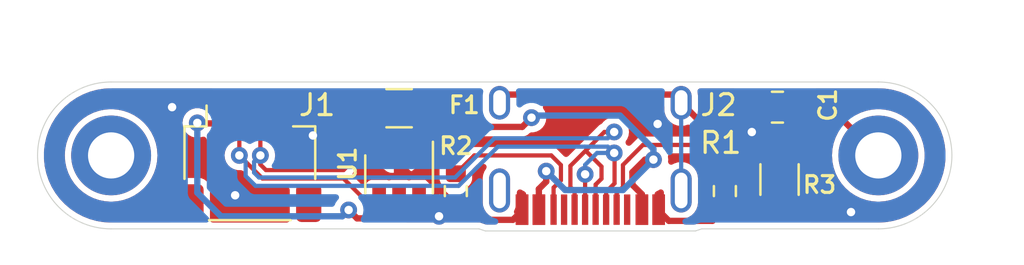
<source format=kicad_pcb>
(kicad_pcb (version 20210925) (generator pcbnew)
  (layers (0 "F.Cu" signal) (31 "B.Cu" signal) (34 "B.Paste" user) (35 "F.Paste" user) (36 "B.SilkS" user "B.Silkscreen") (37 "F.SilkS" user "F.Silkscreen") (38 "B.Mask" user) (39 "F.Mask" user) (44 "Edge.Cuts" user))
  (net 0 "")
  (net 1 "GND")
  (net 2 "SHIELD")
  (net 3 "VBUS")
  (net 4 "+5V")
  (net 5 "D-")
  (net 6 "D+")
  (net 7 "Net-(J2-PadA5)")
  (net 8 "Net-(J2-PadB5)")
  (footprint "Capacitor_SMD:C_0805_2012Metric" (layer "F.Cu") (at 35.2 1.2 180)
    (fp_text reference "C1" (at -2.4 0.1 90) (layer "F.SilkS") (effects (font (size 0.8 0.8))))
    (fp_text value "470n")
    (fp_line (start -0.261252 -0.735) (end 0.261252 -0.735) (layer "F.SilkS") (width 0.12))
    (fp_line (start -0.261252 0.735) (end 0.261252 0.735) (layer "F.SilkS") (width 0.12))
    (pad "1" smd roundrect locked (at -0.95 0 180) (size 1 1.45) (layers "F.Cu" "F.Paste" "F.Mask") (net 2 "SHIELD"))
    (pad "2" smd roundrect locked (at 0.95 0 180) (size 1 1.45) (layers "F.Cu" "F.Paste" "F.Mask") (net 1 "GND"))
  )
  (footprint "Fuse:Fuse_1206_3216Metric" (layer "F.Cu") (at 17.2 1.25)
    (fp_text reference "F1" (at 3.1 -0.15) (layer "F.SilkS") (effects (font (size 0.8 0.8))))
    (fp_text value "500mA")
    (fp_line (start -0.602064 -0.91) (end 0.602064 -0.91) (layer "F.SilkS") (width 0.12))
    (fp_line (start -0.602064 0.91) (end 0.602064 0.91) (layer "F.SilkS") (width 0.12))
    (pad "1" smd roundrect locked (at -1.4 0) (size 1.25 1.75) (layers "F.Cu" "F.Paste" "F.Mask") (roundrect_rratio 0.2) (net 4 "+5V"))
    (pad "2" smd roundrect locked (at 1.4 0) (size 1.25 1.75) (layers "F.Cu" "F.Paste" "F.Mask") (roundrect_rratio 0.2) (net 3 "VBUS"))
  )
  (footprint "MountingHole:MountingHole_2.2mm_M2_DIN965_Pad" (layer "F.Cu") (at 3.5 3.5)
    (fp_text reference "H1" hide)
    (fp_text value "MountingHole")
    (pad "1" thru_hole circle locked (at 0 0) (size 3.8 3.8) (drill 2.2) (layers *.Cu *.Mask))
  )
  (footprint "MountingHole:MountingHole_2.2mm_M2_DIN965_Pad" (layer "F.Cu") (at 40 3.5)
    (fp_text reference "H2" hide)
    (fp_text value "MountingHole_Pad")
    (pad "1" thru_hole circle locked (at 0 0) (size 3.8 3.8) (drill 2.2) (layers *.Cu *.Mask) (net 2 "SHIELD"))
  )
  (footprint "Connector_USB:USB_C_Receptacle_HRO_TYPE-C-31-M-12" (layer "F.Cu") (at 26.3 2.04 180)
    (fp_text reference "J2" (at -6.1 0.94 180) (layer "F.SilkS"))
    (fp_text value "USB_C_Receptacle_USB2.0")
    (pad "" np_thru_hole circle locked (at 2.89 -2.6 180) (size 0.65 0.65) (drill 0.65) (layers *.Cu *.Mask))
    (pad "" np_thru_hole circle locked (at -2.89 -2.6 180) (size 0.65 0.65) (drill 0.65) (layers *.Cu *.Mask))
    (pad "A1" smd rect locked (at -3.25 -4.045 180) (size 0.6 1.45) (layers "F.Cu" "F.Paste" "F.Mask") (net 1 "GND"))
    (pad "A4" smd rect locked (at -2.45 -4.045 180) (size 0.6 1.45) (layers "F.Cu" "F.Paste" "F.Mask") (net 3 "VBUS"))
    (pad "A5" smd rect locked (at -1.25 -4.045 180) (size 0.3 1.45) (layers "F.Cu" "F.Paste" "F.Mask") (net 7 "Net-(J2-PadA5)"))
    (pad "A6" smd rect locked (at -0.25 -4.045 180) (size 0.3 1.45) (layers "F.Cu" "F.Paste" "F.Mask") (net 6 "D+"))
    (pad "A7" smd rect locked (at 0.25 -4.045 180) (size 0.3 1.45) (layers "F.Cu" "F.Paste" "F.Mask") (net 5 "D-"))
    (pad "A8" smd rect locked (at 1.25 -4.045 180) (size 0.3 1.45) (layers "F.Cu" "F.Paste" "F.Mask"))
    (pad "A9" smd rect locked (at 2.45 -4.045 180) (size 0.6 1.45) (layers "F.Cu" "F.Paste" "F.Mask") (net 3 "VBUS"))
    (pad "A12" smd rect locked (at 3.25 -4.045 180) (size 0.6 1.45) (layers "F.Cu" "F.Paste" "F.Mask") (net 1 "GND"))
    (pad "B1" smd rect locked (at 3.25 -4.045 180) (size 0.6 1.45) (layers "F.Cu" "F.Paste" "F.Mask") (net 1 "GND"))
    (pad "B4" smd rect locked (at 2.45 -4.045 180) (size 0.6 1.45) (layers "F.Cu" "F.Paste" "F.Mask") (net 3 "VBUS"))
    (pad "B5" smd rect locked (at 1.75 -4.045 180) (size 0.3 1.45) (layers "F.Cu" "F.Paste" "F.Mask") (net 8 "Net-(J2-PadB5)"))
    (pad "B6" smd rect locked (at 0.75 -4.045 180) (size 0.3 1.45) (layers "F.Cu" "F.Paste" "F.Mask") (net 6 "D+"))
    (pad "B7" smd rect locked (at -0.75 -4.045 180) (size 0.3 1.45) (layers "F.Cu" "F.Paste" "F.Mask") (net 5 "D-"))
    (pad "B8" smd rect locked (at -1.75 -4.045 180) (size 0.3 1.45) (layers "F.Cu" "F.Paste" "F.Mask"))
    (pad "B9" smd rect locked (at -2.45 -4.045 180) (size 0.6 1.45) (layers "F.Cu" "F.Paste" "F.Mask") (net 3 "VBUS"))
    (pad "B12" smd rect locked (at -3.25 -4.045 180) (size 0.6 1.45) (layers "F.Cu" "F.Paste" "F.Mask") (net 1 "GND"))
    (pad "S1" thru_hole oval locked (at -4.32 -3.13 180) (size 1 2.1) (drill oval 0.6 1.7) (layers *.Cu *.Mask) (net 2 "SHIELD"))
    (pad "S1" thru_hole oval locked (at 4.32 1.05 180) (size 1 1.6) (drill oval 0.6 1.2) (layers *.Cu *.Mask) (net 2 "SHIELD"))
    (pad "S1" thru_hole oval locked (at -4.32 1.05 180) (size 1 1.6) (drill oval 0.6 1.2) (layers *.Cu *.Mask) (net 2 "SHIELD"))
    (pad "S1" thru_hole oval locked (at 4.32 -3.13 180) (size 1 2.1) (drill oval 0.6 1.7) (layers *.Cu *.Mask) (net 2 "SHIELD"))
  )
  (footprint "Resistor_SMD:R_0603_1608Metric" (layer "F.Cu") (at 32.7 5.2 90)
    (fp_text reference "R1" (at 2.3 -0.2) (layer "F.SilkS"))
    (fp_text value "5.1K")
    (fp_line (start -0.237258 0.5225) (end 0.237258 0.5225) (layer "F.SilkS") (width 0.12))
    (fp_line (start -0.237258 -0.5225) (end 0.237258 -0.5225) (layer "F.SilkS") (width 0.12))
    (pad "1" smd roundrect locked (at -0.825 0 90) (size 0.8 0.95) (layers "F.Cu" "F.Paste" "F.Mask") (net 1 "GND"))
    (pad "2" smd roundrect locked (at 0.825 0 90) (size 0.8 0.95) (layers "F.Cu" "F.Paste" "F.Mask") (net 7 "Net-(J2-PadA5)"))
  )
  (footprint "Resistor_SMD:R_0603_1608Metric" (layer "F.Cu") (at 19.9 5.2 90)
    (fp_text reference "R2" (at 2.15 0 -180) (layer "F.SilkS") (effects (font (size 0.8 0.8))))
    (fp_text value "5.1K")
    (fp_line (start -0.237258 -0.5225) (end 0.237258 -0.5225) (layer "F.SilkS") (width 0.12))
    (fp_line (start -0.237258 0.5225) (end 0.237258 0.5225) (layer "F.SilkS") (width 0.12))
    (pad "1" smd roundrect locked (at -0.825 0 90) (size 0.8 0.95) (layers "F.Cu" "F.Paste" "F.Mask") (net 1 "GND"))
    (pad "2" smd roundrect locked (at 0.825 0 90) (size 0.8 0.95) (layers "F.Cu" "F.Paste" "F.Mask") (net 8 "Net-(J2-PadB5)"))
  )
  (footprint "Resistor_SMD:R_1206_3216Metric" (layer "F.Cu") (at 35.3 4.65 -90)
    (fp_text reference "R3" (at 0.25 -1.9) (layer "F.SilkS") (effects (font (size 0.8 0.8))))
    (fp_text value "1M")
    (fp_line (start -0.727064 0.91) (end 0.727064 0.91) (layer "F.SilkS") (width 0.12))
    (fp_line (start -0.727064 -0.91) (end 0.727064 -0.91) (layer "F.SilkS") (width 0.12))
    (pad "1" smd roundrect locked (at -1.4625 0 270) (size 1.125 1.75) (layers "F.Cu" "F.Paste" "F.Mask") (roundrect_rratio 0.2222222222) (net 2 "SHIELD"))
    (pad "2" smd roundrect locked (at 1.4625 0 270) (size 1.125 1.75) (layers "F.Cu" "F.Paste" "F.Mask") (roundrect_rratio 0.2222222222) (net 1 "GND"))
  )
  (footprint "Package_TO_SOT_SMD:SOT-23-6" (layer "F.Cu") (at 17.2 4.4 -90)
    (fp_text reference "U1" (at -0.5 2.45 90) (layer "F.SilkS") (effects (font (size 0.8 0.8))))
    (fp_text value "SRV05-4")
    (fp_line (start -0.9 1.61) (end 0.9 1.61) (layer "F.SilkS") (width 0.12))
    (fp_line (start 0.9 -1.61) (end -1.55 -1.61) (layer "F.SilkS") (width 0.12))
    (pad "1" smd rect locked (at -1.1 -0.95 270) (size 1.06 0.65) (layers "F.Cu" "F.Paste" "F.Mask"))
    (pad "2" smd rect locked (at -1.1 0 270) (size 1.06 0.65) (layers "F.Cu" "F.Paste" "F.Mask") (net 1 "GND"))
    (pad "3" smd rect locked (at -1.1 0.95 270) (size 1.06 0.65) (layers "F.Cu" "F.Paste" "F.Mask") (net 6 "D+"))
    (pad "4" smd rect locked (at 1.1 0.95 270) (size 1.06 0.65) (layers "F.Cu" "F.Paste" "F.Mask") (net 5 "D-"))
    (pad "5" smd rect locked (at 1.1 0 270) (size 1.06 0.65) (layers "F.Cu" "F.Paste" "F.Mask") (net 4 "+5V"))
    (pad "6" smd rect locked (at 1.1 -0.95 270) (size 1.06 0.65) (layers "F.Cu" "F.Paste" "F.Mask"))
  )
  (footprint "pcbart:tt_4mm" (layer "F.Cu") (at 34.5 4.5)
    (fp_text reference "Ref**" hide)
    (fp_text value "Val**" hide)
  )
  (footprint "Connector_JST:JST_SH_SM04B-SRSS-TB_1x04-1MP_P1.00mm_Horizontal" (layer "F.Cu") (at 10.1 3.9)
    (fp_text reference "J1" (at 3.2 -2.8) (layer "F.SilkS"))
    (fp_text value "JST_SH_SM04B-SRSS-TB_1x04")
    (fp_line (start 3.11 0.715) (end 3.11 -1.785) (layer "F.SilkS") (width 0.12))
    (fp_line (start -2.06 -1.785) (end -2.06 -2.775) (layer "F.SilkS") (width 0.12))
    (fp_line (start -3.11 -1.785) (end -2.06 -1.785) (layer "F.SilkS") (width 0.12))
    (fp_line (start -1.94 2.685) (end 1.94 2.685) (layer "F.SilkS") (width 0.12))
    (fp_line (start -3.11 0.715) (end -3.11 -1.785) (layer "F.SilkS") (width 0.12))
    (fp_line (start 3.11 -1.785) (end 2.06 -1.785) (layer "F.SilkS") (width 0.12))
    (pad "1" smd roundrect locked (at -1.5 -2) (size 0.6 1.55) (layers "F.Cu" "F.Paste" "F.Mask") (net 4 "+5V"))
    (pad "2" smd roundrect locked (at -0.5 -2) (size 0.6 1.55) (layers "F.Cu" "F.Paste" "F.Mask") (net 5 "D-"))
    (pad "3" smd roundrect locked (at 0.5 -2) (size 0.6 1.55) (layers "F.Cu" "F.Paste" "F.Mask") (net 6 "D+"))
    (pad "4" smd roundrect locked (at 1.5 -2) (size 0.6 1.55) (layers "F.Cu" "F.Paste" "F.Mask") (net 1 "GND"))
    (pad "MP" smd roundrect locked (at 2.8 1.875) (size 1.2 1.8) (layers "F.Cu" "F.Paste" "F.Mask") (roundrect_rratio 0.2083333333))
    (pad "MP" smd roundrect locked (at -2.8 1.875) (size 1.2 1.8) (layers "F.Cu" "F.Paste" "F.Mask") (roundrect_rratio 0.2083333333))
  )
  (gr_arc (start 40.000002 3.499999) (end 40 7) (angle -180) (layer "Edge.Cuts") (width 0.05))
  (gr_line (start 3.5 0) (end 40 0) (layer "Edge.Cuts") (width 0.05))
  (gr_arc (start 3.5 3.5) (end 3.5 0) (angle -180) (layer "Edge.Cuts") (width 0.05))
  (gr_line (start 21 7) (end 3.5 7) (layer "Edge.Cuts") (width 0.05))
  (gr_line (start 21 7) (end 21.3 7.1) (layer "Edge.Cuts") (width 0.05))
  (gr_line (start 31.6 7) (end 40 7) (layer "Edge.Cuts") (width 0.05))
  (gr_line (start 21.3 7.1) (end 31.3 7.1) (layer "Edge.Cuts") (width 0.05))
  (gr_line (start 31.3 7.1) (end 31.6 7) (layer "Edge.Cuts") (width 0.05))
  (segment (start 33.98109 2.384449) (end 34.25 2.115539) (width 0.3) (layer "F.Cu") (net 1))
  (segment (start 11.6 1.975) (end 12.525 1.975) (width 0.3) (layer "F.Cu") (net 1))
  (segment (start 19.1 6.4005) (end 19.4755 6.025) (width 0.3) (layer "F.Cu") (net 1))
  (segment (start 19.9 5.9) (end 18.4 4.4) (width 0.3) (layer "F.Cu") (net 1))
  (segment (start 18.4 4.4) (end 17.695978 4.4) (width 0.3) (layer "F.Cu") (net 1))
  (segment (start 23.05 6.135) (end 22.61548 6.56952) (width 0.3) (layer "F.Cu") (net 1))
  (segment (start 30.03452 6.61952) (end 32.10548 6.61952) (width 0.3) (layer "F.Cu") (net 1))
  (segment (start 29.55 6.135) (end 30.03452 6.61952) (width 0.3) (layer "F.Cu") (net 1))
  (segment (start 19.9 6.025) (end 20.05 6.025) (width 0.3) (layer "F.Cu") (net 1))
  (segment (start 13.1 2.55) (end 12.525 1.975) (width 0.3) (layer "F.Cu") (net 1))
  (segment (start 17.2 3.5) (end 17.2 2.895978) (width 0.3) (layer "F.Cu") (net 1))
  (segment (start 22.61548 6.56952) (end 21.36952 6.56952) (width 0.3) (layer "F.Cu") (net 1))
  (segment (start 38.6125 6.1125) (end 35.3 6.1125) (width 0.3) (layer "F.Cu") (net 1))
  (segment (start 34.25 2.115539) (end 34.25 1.2) (width 0.3) (layer "F.Cu") (net 1))
  (segment (start 21.36952 6.56952) (end 21.1 6.3) (width 0.3) (layer "F.Cu") (net 1))
  (segment (start 32.10548 6.61952) (end 32.7 6.025) (width 0.3) (layer "F.Cu") (net 1))
  (segment (start 17.2 3.904022) (end 17.2 3.3) (width 0.3) (layer "F.Cu") (net 1))
  (segment (start 35.2125 6.025) (end 35.3 6.1125) (width 0.3) (layer "F.Cu") (net 1))
  (segment (start 17.695978 4.4) (end 17.2 3.904022) (width 0.3) (layer "F.Cu") (net 1))
  (segment (start 32.7 6.025) (end 33.825 6.025) (width 0.3) (layer "F.Cu") (net 1))
  (segment (start 19.9 6.025) (end 19.9 5.9) (width 0.3) (layer "F.Cu") (net 1))
  (segment (start 19.4755 6.025) (end 19.9 6.025) (width 0.3) (layer "F.Cu") (net 1))
  (segment (start 33.825 6.025) (end 35.2125 6.025) (width 0.3) (layer "F.Cu") (net 1))
  (segment (start 38.7 6.2) (end 38.6125 6.1125) (width 0.3) (layer "F.Cu") (net 1))
  (via (at 29.5 2) (size 0.8) (drill 0.4) (layers "F.Cu" "B.Cu") (net 1))
  (via (at 38.7 6.2) (size 0.8) (drill 0.4) (layers "F.Cu" "B.Cu") (net 1))
  (via (at 13.1 2.55) (size 0.8) (drill 0.4) (layers "F.Cu" "B.Cu") (net 1))
  (via (at 6.4 1.2) (size 0.8) (drill 0.4) (layers "F.Cu" "B.Cu") (net 1))
  (via (at 9.4 5.4) (size 0.8) (drill 0.4) (layers "F.Cu" "B.Cu") (net 1))
  (via (at 33.98109 2.384449) (size 0.8) (drill 0.4) (layers "F.Cu" "B.Cu") (net 1))
  (via (at 19.1 6.4005) (size 0.8) (drill 0.4) (layers "F.Cu" "B.Cu") (net 1))
  (segment (start 37.7 1.2) (end 40 3.5) (width 0.3) (layer "F.Cu") (net 2))
  (segment (start 22.37 0.6) (end 21.98 0.99) (width 0.3) (layer "F.Cu") (net 2))
  (segment (start 32.7675 3.1375) (end 30.62 0.99) (width 0.3) (layer "F.Cu") (net 2))
  (segment (start 36.15 1.2) (end 37.7 1.2) (width 0.3) (layer "F.Cu") (net 2))
  (segment (start 36.15 1.2) (end 36.15 2.3375) (width 0.3) (layer "F.Cu") (net 2))
  (segment (start 30.23 0.6) (end 22.37 0.6) (width 0.3) (layer "F.Cu") (net 2))
  (segment (start 32.7675 3.1875) (end 32.7675 3.1375) (width 0.3) (layer "F.Cu") (net 2))
  (segment (start 30.62 0.99) (end 30.23 0.6) (width 0.3) (layer "F.Cu") (net 2))
  (segment (start 35.3 3.1875) (end 32.7675 3.1875) (width 0.3) (layer "F.Cu") (net 2))
  (segment (start 36.15 2.3375) (end 35.3 3.1875) (width 0.3) (layer "F.Cu") (net 2))
  (segment (start 30.62 5.17) (end 30.62 0.99) (width 0.2) (layer "B.Cu") (net 2))
  (segment (start 28.9 3.7) (end 29.3 3.7) (width 0.3) (layer "F.Cu") (net 3))
  (segment (start 24.2 4.75) (end 23.85 5.1) (width 0.3) (layer "F.Cu") (net 3))
  (segment (start 19.48952 2.13952) (end 18.6 1.25) (width 0.3) (layer "F.Cu") (net 3))
  (segment (start 23.06048 2.13952) (end 19.48952 2.13952) (width 0.3) (layer "F.Cu") (net 3))
  (segment (start 23.85 5.1) (end 23.85 6.135) (width 0.3) (layer "F.Cu") (net 3))
  (segment (start 28.30002 4.29998) (end 28.9 3.7) (width 0.3) (layer "F.Cu") (net 3))
  (segment (start 23.5 1.7) (end 23.06048 2.13952) (width 0.3) (layer "F.Cu") (net 3))
  (segment (start 28.75 6.135) (end 28.75 5.35) (width 0.3) (layer "F.Cu") (net 3))
  (segment (start 24.2 4.25) (end 24.2 4.75) (width 0.3) (layer "F.Cu") (net 3))
  (segment (start 28.75 5.35) (end 28.30002 4.90002) (width 0.3) (layer "F.Cu") (net 3))
  (segment (start 28.30002 4.90002) (end 28.30002 4.29998) (width 0.3) (layer "F.Cu") (net 3))
  (via (at 24.2 4.25) (size 0.8) (drill 0.4) (layers "F.Cu" "B.Cu") (net 3))
  (via (at 23.5 1.7) (size 0.8) (drill 0.4) (layers "F.Cu" "B.Cu") (net 3))
  (via (at 29.3 3.7) (size 0.8) (drill 0.4) (layers "F.Cu" "B.Cu") (net 3))
  (segment (start 29.3 3.190031) (end 27.709969 1.6) (width 0.3) (layer "B.Cu") (net 3))
  (segment (start 29.3 3.7) (end 29.2 3.6) (width 0.3) (layer "B.Cu") (net 3))
  (segment (start 27.849019 5.150981) (end 29.3 3.7) (width 0.3) (layer "B.Cu") (net 3))
  (segment (start 27.709969 1.6) (end 23.6 1.6) (width 0.3) (layer "B.Cu") (net 3))
  (segment (start 24.2 4.25) (end 25.100981 5.150981) (width 0.3) (layer "B.Cu") (net 3))
  (segment (start 25.100981 5.150981) (end 27.849019 5.150981) (width 0.3) (layer "B.Cu") (net 3))
  (segment (start 29.3 3.7) (end 29.3 3.190031) (width 0.3) (layer "B.Cu") (net 3))
  (segment (start 23.6 1.6) (end 23.5 1.7) (width 0.3) (layer "B.Cu") (net 3))
  (segment (start 8.6 1.975) (end 8.6 1) (width 0.3) (layer "F.Cu") (net 4))
  (segment (start 8.6 1) (end 9 0.6) (width 0.3) (layer "F.Cu") (net 4))
  (segment (start 13.5 0.6) (end 14.2 1.3) (width 0.3) (layer "F.Cu") (net 4))
  (segment (start 15.75 1.3) (end 15.8 1.25) (width 0.3) (layer "F.Cu") (net 4))
  (segment (start 9 0.6) (end 13.5 0.6) (width 0.3) (layer "F.Cu") (net 4))
  (segment (start 14.2 1.3) (end 15.75 1.3) (width 0.3) (layer "F.Cu") (net 4))
  (segment (start 14.8 6.1) (end 15.2 6.5) (width 0.3) (layer "F.Cu") (net 4))
  (segment (start 17.2 6.104022) (end 17.2 5.7) (width 0.3) (layer "F.Cu") (net 4))
  (segment (start 7.625 1.975) (end 8.6 1.975) (width 0.3) (layer "F.Cu") (net 4))
  (segment (start 16.804022 6.5) (end 17.2 6.104022) (width 0.3) (layer "F.Cu") (net 4))
  (segment (start 7.6 1.95) (end 7.625 1.975) (width 0.3) (layer "F.Cu") (net 4))
  (segment (start 15.2 6.5) (end 16.804022 6.5) (width 0.3) (layer "F.Cu") (net 4))
  (via (at 14.8 6.1) (size 0.8) (drill 0.4) (layers "F.Cu" "B.Cu") (net 4))
  (via (at 7.6 1.95) (size 0.8) (drill 0.4) (layers "F.Cu" "B.Cu") (net 4))
  (segment (start 7.6 5.275) (end 7.6 1.95) (width 0.3) (layer "B.Cu") (net 4))
  (segment (start 14.4995 6.4005) (end 8.7255 6.4005) (width 0.3) (layer "B.Cu") (net 4))
  (segment (start 14.8 6.1) (end 14.4995 6.4005) (width 0.3) (layer "B.Cu") (net 4))
  (segment (start 8.7255 6.4005) (end 7.6 5.275) (width 0.3) (layer "B.Cu") (net 4))
  (segment (start 15.454999 5.5) (end 16.25 5.5) (width 0.2) (layer "F.Cu") (net 5))
  (segment (start 27.05 5.234994) (end 27.05 6.135) (width 0.2) (layer "F.Cu") (net 5))
  (segment (start 26.05 6.135) (end 26.05 4.40147) (width 0.2) (layer "F.Cu") (net 5))
  (segment (start 27.45098 4.834014) (end 27.45098 3.400981) (width 0.2) (layer "F.Cu") (net 5))
  (segment (start 27.45098 3.400981) (end 27.432195 3.382196) (width 0.2) (layer "F.Cu") (net 5))
  (segment (start 9.6 3.5) (end 10.7 4.6) (width 0.2) (layer "F.Cu") (net 5))
  (segment (start 27.45098 4.834014) (end 27.05 5.234994) (width 0.2) (layer "F.Cu") (net 5))
  (segment (start 9.6 3.5) (end 9.6 1.975) (width 0.2) (layer "F.Cu") (net 5))
  (segment (start 10.7 4.6) (end 14.554999 4.6) (width 0.2) (layer "F.Cu") (net 5))
  (segment (start 14.554999 4.6) (end 15.454999 5.5) (width 0.2) (layer "F.Cu") (net 5))
  (via (at 27.432195 3.382196) (size 0.8) (drill 0.4) (layers "F.Cu" "B.Cu") (net 5))
  (via (at 9.6 3.5) (size 0.8) (drill 0.4) (layers "F.Cu" "B.Cu") (net 5))
  (via (at 26.05 4.40147) (size 0.8) (drill 0.4) (layers "F.Cu" "B.Cu") (net 5))
  (segment (start 26.10147 4.35) (end 26.05 4.40147) (width 0.2) (layer "B.Cu") (net 5))
  (segment (start 26.05 4.40147) (end 26.05 3.95) (width 0.2) (layer "B.Cu") (net 5))
  (segment (start 20.032844 4.95) (end 21.900648 3.082196) (width 0.2) (layer "B.Cu") (net 5))
  (segment (start 9.6 3.5) (end 9.9 3.8) (width 0.2) (layer "B.Cu") (net 5))
  (segment (start 9.9 3.8) (end 9.9 4.482844) (width 0.2) (layer "B.Cu") (net 5))
  (segment (start 21.900648 3.082196) (end 26.032196 3.082196) (width 0.2) (layer "B.Cu") (net 5))
  (segment (start 26.032196 3.082196) (end 27.132195 3.082196) (width 0.2) (layer "B.Cu") (net 5))
  (segment (start 26.617804 3.382196) (end 27.432195 3.382196) (width 0.2) (layer "B.Cu") (net 5))
  (segment (start 9.9 4.482844) (end 10.367156 4.95) (width 0.2) (layer "B.Cu") (net 5))
  (segment (start 26.05 3.95) (end 26.617804 3.382196) (width 0.2) (layer "B.Cu") (net 5))
  (segment (start 27.132195 3.082196) (end 27.432195 3.382196) (width 0.2) (layer "B.Cu") (net 5))
  (segment (start 10.367156 4.95) (end 20.032844 4.95) (width 0.2) (layer "B.Cu") (net 5))
  (segment (start 25.55 5.210489) (end 25.350489 5.010978) (width 0.2) (layer "F.Cu") (net 6))
  (segment (start 26.55 6.135) (end 26.55 4.890729) (width 0.2) (layer "F.Cu") (net 6))
  (segment (start 26.075 3.275) (end 26.967804 2.382196) (width 0.2) (layer "F.Cu") (net 6))
  (segment (start 10.865686 4.2) (end 14.554999 4.2) (width 0.2) (layer "F.Cu") (net 6))
  (segment (start 26.83037 4.610359) (end 26.83037 4.03037) (width 0.2) (layer "F.Cu") (net 6))
  (segment (start 25.350489 3.999511) (end 26.075 3.275) (width 0.2) (layer "F.Cu") (net 6))
  (segment (start 10.6 3.5) (end 10.6 3.934314) (width 0.2) (layer "F.Cu") (net 6))
  (segment (start 10.6 3.5) (end 10.6 1.975) (width 0.2) (layer "F.Cu") (net 6))
  (segment (start 14.554999 4.2) (end 15.454999 3.3) (width 0.2) (layer "F.Cu") (net 6))
  (segment (start 26.83037 4.03037) (end 26.075 3.275) (width 0.2) (layer "F.Cu") (net 6))
  (segment (start 26.55 4.890729) (end 26.83037 4.610359) (width 0.2) (layer "F.Cu") (net 6))
  (segment (start 15.454999 3.3) (end 16.25 3.3) (width 0.2) (layer "F.Cu") (net 6))
  (segment (start 16.25 3.5) (end 16.045 3.5) (width 0.2) (layer "F.Cu") (net 6))
  (segment (start 25.55 6.135) (end 25.55 5.210489) (width 0.2) (layer "F.Cu") (net 6))
  (segment (start 26.967804 2.382196) (end 27.432195 2.382196) (width 0.2) (layer "F.Cu") (net 6))
  (segment (start 10.6 3.934314) (end 10.865686 4.2) (width 0.2) (layer "F.Cu") (net 6))
  (segment (start 25.350489 5.010978) (end 25.350489 3.999511) (width 0.2) (layer "F.Cu") (net 6))
  (via (at 10.6 3.5) (size 0.8) (drill 0.4) (layers "F.Cu" "B.Cu") (net 6))
  (via (at 27.432195 2.382196) (size 0.8) (drill 0.4) (layers "F.Cu" "B.Cu") (net 6))
  (segment (start 10.532844 4.55) (end 19.867156 4.55) (width 0.2) (layer "B.Cu") (net 6))
  (segment (start 10.3 3.8) (end 10.3 4.317156) (width 0.2) (layer "B.Cu") (net 6))
  (segment (start 21.73496 2.682196) (end 27.132195 2.682196) (width 0.2) (layer "B.Cu") (net 6))
  (segment (start 19.867156 4.55) (end 21.73496 2.682196) (width 0.2) (layer "B.Cu") (net 6))
  (segment (start 27.132195 2.682196) (end 27.432195 2.382196) (width 0.2) (layer "B.Cu") (net 6))
  (segment (start 10.6 3.5) (end 10.3 3.8) (width 0.2) (layer "B.Cu") (net 6))
  (segment (start 10.3 4.317156) (end 10.532844 4.55) (width 0.2) (layer "B.Cu") (net 6))
  (segment (start 28.131706 3.668294) (end 28.799511 3.000489) (width 0.2) (layer "F.Cu") (net 7))
  (segment (start 27.55 6.135) (end 27.55 5.3) (width 0.2) (layer "F.Cu") (net 7))
  (segment (start 31.325489 3.000489) (end 32.7 4.375) (width 0.2) (layer "F.Cu") (net 7))
  (segment (start 27.8505 4.9995) (end 27.8505 3.95315) (width 0.2) (layer "F.Cu") (net 7))
  (segment (start 27.55 5.3) (end 27.8505 4.9995) (width 0.2) (layer "F.Cu") (net 7))
  (segment (start 27.8505 3.95315) (end 28.131706 3.671944) (width 0.2) (layer "F.Cu") (net 7))
  (segment (start 28.799511 3.000489) (end 31.325489 3.000489) (width 0.2) (layer "F.Cu") (net 7))
  (segment (start 28.131706 3.671944) (end 28.131706 3.668294) (width 0.2) (layer "F.Cu") (net 7))
  (segment (start 24.55 5.035718) (end 24.899511 4.686207) (width 0.2) (layer "F.Cu") (net 8))
  (segment (start 24.439737 3.500478) (end 20.774522 3.500478) (width 0.2) (layer "F.Cu") (net 8))
  (segment (start 24.899511 4.686207) (end 24.899511 3.960252) (width 0.2) (layer "F.Cu") (net 8))
  (segment (start 24.899511 3.960252) (end 24.439737 3.500478) (width 0.2) (layer "F.Cu") (net 8))
  (segment (start 24.55 6.135) (end 24.55 5.035718) (width 0.2) (layer "F.Cu") (net 8))
  (segment (start 20.774522 3.500478) (end 19.9 4.375) (width 0.2) (layer "F.Cu") (net 8))
  (zone (net 1) (net_name "GND") (layers F&B.Cu) (connect_pads (clearance 0.3)) (min_thickness 0.3) (fill yes (thermal_gap 0.5) (thermal_bridge_width 0.5))
    (polygon (pts (xy 44 8) (xy 0 8) (xy 0 0) (xy 44 0)))
  )
)
</source>
